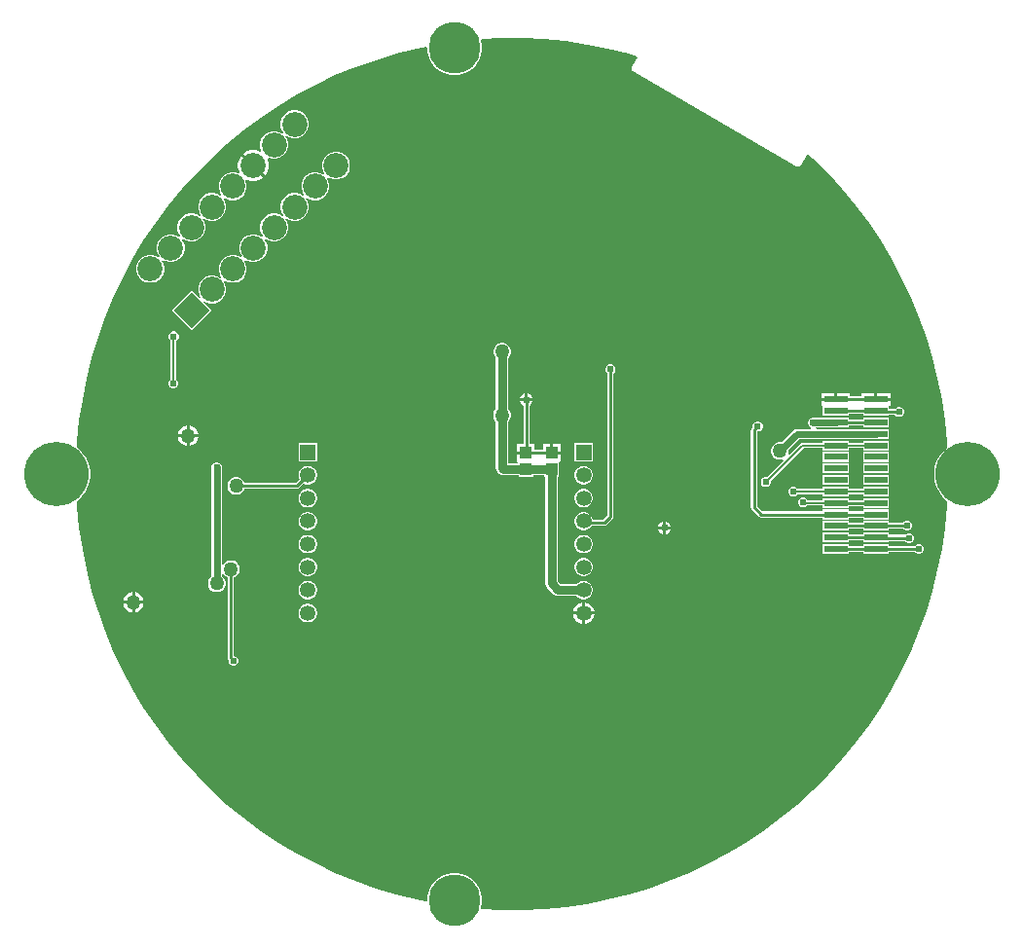
<source format=gtl>
G04*
G04 #@! TF.GenerationSoftware,Altium Limited,Altium Designer,21.4.1 (30)*
G04*
G04 Layer_Physical_Order=1*
G04 Layer_Color=255*
%FSLAX25Y25*%
%MOIN*%
G70*
G04*
G04 #@! TF.SameCoordinates,E1CA7C7D-416C-4424-9A17-3CD1BDAA3B9A*
G04*
G04*
G04 #@! TF.FilePolarity,Positive*
G04*
G01*
G75*
%ADD13C,0.01000*%
%ADD14R,0.07874X0.02362*%
%ADD15R,0.03937X0.03937*%
%ADD26C,0.00800*%
%ADD27C,0.02300*%
%ADD28C,0.03000*%
%ADD29C,0.22028*%
%ADD30C,0.08563*%
%ADD31P,0.12110X4X90.0*%
%ADD32C,0.05315*%
%ADD33R,0.05315X0.05315*%
%ADD34C,0.17717*%
%ADD35C,0.02400*%
%ADD36C,0.05000*%
G36*
X10990Y148983D02*
X18287Y148264D01*
X25540Y147188D01*
X32731Y145758D01*
X39844Y143976D01*
X42667Y143120D01*
X42848Y142654D01*
X40949Y139423D01*
X40948Y139420D01*
X40946Y139418D01*
X40883Y139233D01*
X40819Y139048D01*
X40819Y139044D01*
X40818Y139041D01*
X40830Y138846D01*
X40841Y138651D01*
X40843Y138647D01*
X40843Y138644D01*
X40930Y138468D01*
X41015Y138292D01*
X41017Y138290D01*
X41019Y138287D01*
X41165Y138158D01*
X41312Y138028D01*
X41315Y138027D01*
X41317Y138024D01*
X97434Y105515D01*
X97435Y105515D01*
X97436Y105514D01*
X97623Y105450D01*
X97811Y105386D01*
X97812Y105386D01*
X97812Y105386D01*
X98009Y105399D01*
X98207Y105412D01*
X98208Y105412D01*
X98210Y105412D01*
X98387Y105500D01*
X98564Y105587D01*
X98565Y105588D01*
X98566Y105588D01*
X98697Y105738D01*
X98827Y105886D01*
X98828Y105887D01*
X98828Y105888D01*
X100937Y109546D01*
X101431Y109623D01*
X103009Y108194D01*
X108194Y103009D01*
X113118Y97576D01*
X117769Y91908D01*
X122137Y86019D01*
X126211Y79922D01*
X129980Y73633D01*
X133437Y67166D01*
X136572Y60538D01*
X139377Y53764D01*
X141848Y46860D01*
X143976Y39844D01*
X145758Y32731D01*
X147188Y25540D01*
X148264Y18287D01*
X148983Y10990D01*
X149071Y9198D01*
X148499Y8782D01*
X147218Y7501D01*
X146152Y6035D01*
X145330Y4420D01*
X144770Y2696D01*
X144486Y906D01*
Y-906D01*
X144770Y-2696D01*
X145330Y-4420D01*
X146152Y-6035D01*
X147218Y-7501D01*
X148499Y-8782D01*
X149071Y-9198D01*
X148983Y-10990D01*
X148264Y-18287D01*
X147188Y-25540D01*
X145758Y-32731D01*
X143976Y-39844D01*
X141848Y-46860D01*
X139377Y-53764D01*
X136572Y-60538D01*
X133437Y-67166D01*
X129980Y-73633D01*
X126211Y-79922D01*
X122137Y-86019D01*
X117769Y-91908D01*
X113118Y-97576D01*
X108194Y-103009D01*
X103009Y-108194D01*
X97576Y-113118D01*
X91908Y-117769D01*
X86019Y-122137D01*
X79922Y-126211D01*
X73633Y-129980D01*
X67166Y-133437D01*
X60538Y-136572D01*
X53764Y-139377D01*
X46860Y-141848D01*
X39844Y-143976D01*
X32731Y-145758D01*
X25540Y-147188D01*
X18287Y-148264D01*
X10990Y-148983D01*
X3666Y-149343D01*
X-3666D01*
X-10336Y-149015D01*
X-10655Y-148499D01*
X-10342Y-146922D01*
Y-145078D01*
X-10701Y-143270D01*
X-11407Y-141567D01*
X-12431Y-140034D01*
X-13735Y-138731D01*
X-15267Y-137707D01*
X-16970Y-137001D01*
X-18778Y-136642D01*
X-20622D01*
X-22430Y-137001D01*
X-24133Y-137707D01*
X-25666Y-138731D01*
X-26969Y-140034D01*
X-27993Y-141567D01*
X-28699Y-143270D01*
X-29058Y-145078D01*
Y-146094D01*
X-29445Y-146412D01*
X-32731Y-145758D01*
X-39844Y-143976D01*
X-46860Y-141848D01*
X-53764Y-139377D01*
X-60538Y-136572D01*
X-67166Y-133437D01*
X-73633Y-129980D01*
X-79922Y-126211D01*
X-86019Y-122137D01*
X-91908Y-117769D01*
X-97576Y-113118D01*
X-103009Y-108194D01*
X-108194Y-103009D01*
X-113118Y-97576D01*
X-117769Y-91908D01*
X-122137Y-86019D01*
X-126211Y-79922D01*
X-129980Y-73633D01*
X-133437Y-67166D01*
X-136572Y-60538D01*
X-139377Y-53764D01*
X-141848Y-46860D01*
X-143976Y-39844D01*
X-145758Y-32731D01*
X-147188Y-25540D01*
X-148264Y-18287D01*
X-148983Y-10990D01*
X-149071Y-9198D01*
X-148499Y-8782D01*
X-147218Y-7501D01*
X-146152Y-6035D01*
X-145330Y-4420D01*
X-144770Y-2696D01*
X-144486Y-906D01*
Y906D01*
X-144770Y2696D01*
X-145330Y4420D01*
X-146152Y6035D01*
X-147218Y7501D01*
X-148499Y8782D01*
X-149071Y9198D01*
X-148983Y10990D01*
X-148264Y18287D01*
X-147188Y25540D01*
X-145758Y32731D01*
X-143976Y39844D01*
X-141848Y46860D01*
X-139377Y53764D01*
X-136572Y60538D01*
X-133437Y67166D01*
X-129980Y73633D01*
X-126211Y79922D01*
X-122137Y86019D01*
X-117769Y91908D01*
X-113118Y97576D01*
X-108194Y103009D01*
X-103009Y108194D01*
X-97576Y113118D01*
X-91908Y117769D01*
X-86019Y122137D01*
X-79922Y126211D01*
X-73633Y129980D01*
X-67166Y133437D01*
X-60538Y136572D01*
X-53764Y139377D01*
X-46860Y141848D01*
X-39844Y143976D01*
X-32731Y145758D01*
X-29445Y146411D01*
X-29058Y146094D01*
Y145078D01*
X-28699Y143270D01*
X-27993Y141567D01*
X-26969Y140034D01*
X-25666Y138731D01*
X-24133Y137707D01*
X-22430Y137001D01*
X-20622Y136642D01*
X-18778D01*
X-16970Y137001D01*
X-15267Y137707D01*
X-13735Y138731D01*
X-12431Y140034D01*
X-11407Y141567D01*
X-10701Y143270D01*
X-10342Y145078D01*
Y146922D01*
X-10655Y148499D01*
X-10336Y149015D01*
X-3666Y149343D01*
X3666D01*
X10990Y148983D01*
D02*
G37*
%LPC*%
G36*
X-73828Y124624D02*
X-75087D01*
X-76303Y124298D01*
X-77394Y123668D01*
X-78284Y122778D01*
X-78913Y121688D01*
X-79239Y120472D01*
Y119213D01*
X-78913Y117997D01*
X-78362Y117041D01*
X-78728Y116675D01*
X-79683Y117227D01*
X-80899Y117552D01*
X-82158D01*
X-83375Y117227D01*
X-84465Y116597D01*
X-85355Y115707D01*
X-85985Y114617D01*
X-86310Y113401D01*
Y112142D01*
X-85985Y110925D01*
X-85916Y110807D01*
X-86269Y110453D01*
X-86561Y110622D01*
X-87905Y110982D01*
X-89295D01*
X-90639Y110622D01*
X-91843Y109926D01*
X-91981Y109788D01*
X-88247Y106054D01*
X-84512Y102319D01*
X-84374Y102457D01*
X-83678Y103661D01*
X-83319Y105005D01*
Y106395D01*
X-83678Y107739D01*
X-83847Y108030D01*
X-83494Y108384D01*
X-83375Y108315D01*
X-82158Y107990D01*
X-80899D01*
X-79683Y108315D01*
X-78593Y108945D01*
X-77703Y109835D01*
X-77073Y110925D01*
X-76748Y112142D01*
Y113401D01*
X-77073Y114617D01*
X-77625Y115572D01*
X-77259Y115938D01*
X-76303Y115386D01*
X-75087Y115061D01*
X-73828D01*
X-72612Y115386D01*
X-71522Y116016D01*
X-70632Y116906D01*
X-70002Y117997D01*
X-69676Y119213D01*
Y120472D01*
X-70002Y121688D01*
X-70632Y122778D01*
X-71522Y123668D01*
X-72612Y124298D01*
X-73828Y124624D01*
D02*
G37*
G36*
X-92688Y109081D02*
X-92826Y108943D01*
X-93522Y107739D01*
X-93881Y106395D01*
Y105005D01*
X-93522Y103661D01*
X-93353Y103369D01*
X-93707Y103016D01*
X-93826Y103085D01*
X-95042Y103410D01*
X-96301D01*
X-97517Y103085D01*
X-98607Y102455D01*
X-99497Y101565D01*
X-100127Y100475D01*
X-100452Y99258D01*
Y98000D01*
X-100127Y96783D01*
X-99575Y95828D01*
X-99941Y95462D01*
X-100897Y96013D01*
X-102113Y96339D01*
X-103372D01*
X-104588Y96013D01*
X-105678Y95384D01*
X-106568Y94494D01*
X-107198Y93403D01*
X-107524Y92187D01*
Y90928D01*
X-107198Y89712D01*
X-106646Y88757D01*
X-107012Y88391D01*
X-107968Y88942D01*
X-109184Y89268D01*
X-110443D01*
X-111659Y88942D01*
X-112749Y88313D01*
X-113639Y87423D01*
X-114269Y86332D01*
X-114595Y85116D01*
Y83857D01*
X-114269Y82641D01*
X-113717Y81686D01*
X-114083Y81320D01*
X-115039Y81871D01*
X-116255Y82197D01*
X-117514D01*
X-118730Y81871D01*
X-119820Y81242D01*
X-120710Y80352D01*
X-121340Y79261D01*
X-121666Y78045D01*
Y76786D01*
X-121340Y75570D01*
X-120788Y74615D01*
X-121154Y74249D01*
X-122110Y74800D01*
X-123326Y75126D01*
X-124585D01*
X-125801Y74800D01*
X-126891Y74171D01*
X-127781Y73281D01*
X-128411Y72190D01*
X-128737Y70974D01*
Y69715D01*
X-128411Y68499D01*
X-127781Y67409D01*
X-126891Y66518D01*
X-125801Y65889D01*
X-124585Y65563D01*
X-123326D01*
X-122110Y65889D01*
X-121019Y66518D01*
X-120129Y67409D01*
X-119500Y68499D01*
X-119174Y69715D01*
Y70974D01*
X-119500Y72190D01*
X-120051Y73146D01*
X-119685Y73512D01*
X-118730Y72960D01*
X-117514Y72634D01*
X-116255D01*
X-115039Y72960D01*
X-113948Y73590D01*
X-113058Y74480D01*
X-112429Y75570D01*
X-112103Y76786D01*
Y78045D01*
X-112429Y79261D01*
X-112980Y80217D01*
X-112614Y80583D01*
X-111659Y80031D01*
X-110443Y79705D01*
X-109184D01*
X-107968Y80031D01*
X-106877Y80661D01*
X-105987Y81551D01*
X-105358Y82641D01*
X-105032Y83857D01*
Y85116D01*
X-105358Y86332D01*
X-105909Y87288D01*
X-105543Y87654D01*
X-104588Y87102D01*
X-103372Y86776D01*
X-102113D01*
X-100897Y87102D01*
X-99806Y87732D01*
X-98916Y88622D01*
X-98286Y89712D01*
X-97961Y90928D01*
Y92187D01*
X-98286Y93403D01*
X-98838Y94359D01*
X-98472Y94725D01*
X-97517Y94173D01*
X-96301Y93848D01*
X-95042D01*
X-93826Y94173D01*
X-92735Y94803D01*
X-91845Y95693D01*
X-91215Y96783D01*
X-90890Y98000D01*
Y99258D01*
X-91215Y100475D01*
X-91284Y100593D01*
X-90930Y100947D01*
X-90639Y100778D01*
X-89295Y100418D01*
X-87905D01*
X-86561Y100778D01*
X-85357Y101474D01*
X-85219Y101612D01*
X-88954Y105347D01*
X-92688Y109081D01*
D02*
G37*
G36*
X-59686Y110482D02*
X-60945D01*
X-62161Y110156D01*
X-63252Y109526D01*
X-64142Y108636D01*
X-64771Y107546D01*
X-65097Y106330D01*
Y105070D01*
X-64771Y103854D01*
X-64220Y102899D01*
X-64586Y102533D01*
X-65541Y103085D01*
X-66757Y103410D01*
X-68016D01*
X-69232Y103085D01*
X-70323Y102455D01*
X-71213Y101565D01*
X-71842Y100475D01*
X-72168Y99258D01*
Y97999D01*
X-71842Y96783D01*
X-71291Y95828D01*
X-71657Y95462D01*
X-72612Y96013D01*
X-73828Y96339D01*
X-75087D01*
X-76303Y96013D01*
X-77394Y95384D01*
X-78284Y94494D01*
X-78913Y93403D01*
X-79239Y92187D01*
Y90928D01*
X-78913Y89712D01*
X-78362Y88757D01*
X-78728Y88391D01*
X-79683Y88942D01*
X-80899Y89268D01*
X-82158D01*
X-83375Y88942D01*
X-84465Y88313D01*
X-85355Y87423D01*
X-85985Y86332D01*
X-86310Y85116D01*
Y83857D01*
X-85985Y82641D01*
X-85433Y81686D01*
X-85799Y81320D01*
X-86754Y81871D01*
X-87971Y82197D01*
X-89230D01*
X-90446Y81871D01*
X-91536Y81242D01*
X-92426Y80352D01*
X-93056Y79261D01*
X-93382Y78045D01*
Y76786D01*
X-93056Y75570D01*
X-92504Y74615D01*
X-92870Y74249D01*
X-93826Y74800D01*
X-95042Y75126D01*
X-96301D01*
X-97517Y74800D01*
X-98607Y74171D01*
X-99497Y73281D01*
X-100127Y72190D01*
X-100452Y70974D01*
Y69715D01*
X-100127Y68499D01*
X-99575Y67544D01*
X-99941Y67178D01*
X-100897Y67729D01*
X-102113Y68055D01*
X-103372D01*
X-104588Y67729D01*
X-105678Y67100D01*
X-106568Y66210D01*
X-107198Y65119D01*
X-107524Y63903D01*
Y62644D01*
X-107198Y61428D01*
X-106690Y60549D01*
X-107090Y60241D01*
X-109813Y62965D01*
X-116575Y56203D01*
X-109813Y49441D01*
X-103051Y56203D01*
X-105774Y58926D01*
X-105467Y59326D01*
X-104588Y58818D01*
X-103372Y58492D01*
X-102113D01*
X-100897Y58818D01*
X-99806Y59447D01*
X-98916Y60338D01*
X-98286Y61428D01*
X-97961Y62644D01*
Y63903D01*
X-98286Y65119D01*
X-98838Y66075D01*
X-98472Y66441D01*
X-97517Y65889D01*
X-96301Y65563D01*
X-95042D01*
X-93826Y65889D01*
X-92735Y66518D01*
X-91845Y67409D01*
X-91215Y68499D01*
X-90890Y69715D01*
Y70974D01*
X-91215Y72190D01*
X-91767Y73146D01*
X-91401Y73512D01*
X-90446Y72960D01*
X-89230Y72634D01*
X-87971D01*
X-86754Y72960D01*
X-85664Y73590D01*
X-84774Y74480D01*
X-84144Y75570D01*
X-83819Y76786D01*
Y78045D01*
X-84144Y79261D01*
X-84696Y80217D01*
X-84330Y80583D01*
X-83375Y80031D01*
X-82158Y79705D01*
X-80899D01*
X-79683Y80031D01*
X-78593Y80661D01*
X-77703Y81551D01*
X-77073Y82641D01*
X-76748Y83857D01*
Y85116D01*
X-77073Y86332D01*
X-77625Y87288D01*
X-77259Y87654D01*
X-76303Y87102D01*
X-75087Y86776D01*
X-73828D01*
X-72612Y87102D01*
X-71522Y87732D01*
X-70632Y88622D01*
X-70002Y89712D01*
X-69676Y90928D01*
Y92187D01*
X-70002Y93403D01*
X-70554Y94359D01*
X-70188Y94725D01*
X-69232Y94173D01*
X-68016Y93848D01*
X-66757D01*
X-65541Y94173D01*
X-64451Y94803D01*
X-63561Y95693D01*
X-62931Y96783D01*
X-62605Y97999D01*
Y99258D01*
X-62931Y100475D01*
X-63483Y101430D01*
X-63117Y101796D01*
X-62161Y101244D01*
X-60945Y100918D01*
X-59686D01*
X-58470Y101244D01*
X-57380Y101874D01*
X-56490Y102764D01*
X-55860Y103854D01*
X-55534Y105070D01*
Y106330D01*
X-55860Y107546D01*
X-56490Y108636D01*
X-57380Y109526D01*
X-58470Y110156D01*
X-59686Y110482D01*
D02*
G37*
G36*
X-115562Y48900D02*
X-116238D01*
X-116863Y48641D01*
X-117341Y48163D01*
X-117600Y47538D01*
Y46862D01*
X-117341Y46237D01*
X-116868Y45763D01*
Y32581D01*
X-116963Y32541D01*
X-117441Y32063D01*
X-117700Y31438D01*
Y30762D01*
X-117441Y30137D01*
X-116963Y29659D01*
X-116338Y29400D01*
X-115662D01*
X-115037Y29659D01*
X-114559Y30137D01*
X-114300Y30762D01*
Y31438D01*
X-114559Y32063D01*
X-115032Y32537D01*
Y45719D01*
X-114937Y45759D01*
X-114459Y46237D01*
X-114200Y46862D01*
Y47538D01*
X-114459Y48163D01*
X-114937Y48641D01*
X-115562Y48900D01*
D02*
G37*
G36*
X124100Y27772D02*
X119663D01*
Y26610D01*
X115758D01*
Y27772D01*
X111320D01*
Y25591D01*
X110820D01*
Y25091D01*
X105884D01*
Y23410D01*
X105914D01*
X106384Y23335D01*
X106384Y22909D01*
Y19972D01*
X115258D01*
Y20634D01*
X120163D01*
Y19972D01*
X129037D01*
Y20469D01*
X130988D01*
X131033Y20361D01*
X131511Y19883D01*
X132136Y19624D01*
X132812D01*
X133437Y19883D01*
X133915Y20361D01*
X134174Y20986D01*
Y21663D01*
X133915Y22287D01*
X133437Y22766D01*
X132812Y23024D01*
X132136D01*
X131511Y22766D01*
X131254Y22509D01*
X129391D01*
X129040Y22859D01*
X129085Y23342D01*
X129506Y23410D01*
X129537D01*
Y25091D01*
X124600D01*
Y25591D01*
X124100D01*
Y27772D01*
D02*
G37*
G36*
X129537D02*
X125100D01*
Y26091D01*
X129537D01*
Y27772D01*
D02*
G37*
G36*
X110320D02*
X105884D01*
Y26091D01*
X110320D01*
Y27772D01*
D02*
G37*
G36*
X5400Y27674D02*
Y26000D01*
X7074D01*
X6765Y26746D01*
X6146Y27365D01*
X5400Y27674D01*
D02*
G37*
G36*
X4400D02*
X3654Y27365D01*
X3035Y26746D01*
X2726Y26000D01*
X4400D01*
Y27674D01*
D02*
G37*
G36*
X110820Y19399D02*
X103122D01*
X102478Y19271D01*
X102255Y19122D01*
X101983Y19010D01*
X101505Y18531D01*
X101247Y17906D01*
Y17230D01*
X101505Y16605D01*
X101983Y16127D01*
X102382Y15962D01*
X102283Y15462D01*
X97579D01*
X96936Y15334D01*
X96390Y14969D01*
X92273Y10852D01*
X92095Y10900D01*
X91305D01*
X90542Y10696D01*
X89858Y10301D01*
X89299Y9742D01*
X88904Y9058D01*
X88700Y8295D01*
Y7505D01*
X88904Y6742D01*
X89299Y6058D01*
X89858Y5499D01*
X90542Y5104D01*
X91305Y4900D01*
X92095D01*
X92642Y5046D01*
X92901Y4598D01*
X87283Y-1019D01*
X87238Y-1000D01*
X86562D01*
X85937Y-1259D01*
X85459Y-1737D01*
X85200Y-2362D01*
Y-3038D01*
X85459Y-3663D01*
X85937Y-4141D01*
X86562Y-4400D01*
X87238D01*
X87863Y-4141D01*
X88341Y-3663D01*
X88600Y-3038D01*
Y-2362D01*
X88581Y-2317D01*
X99823Y8925D01*
X106384D01*
Y8161D01*
X115258D01*
Y8925D01*
X120163D01*
Y8161D01*
X129037D01*
Y11524D01*
X120163D01*
Y10760D01*
X115258D01*
Y11524D01*
X106384D01*
Y10760D01*
X99442D01*
X99091Y10690D01*
X98794Y10491D01*
X95002Y6700D01*
X94554Y6958D01*
X94700Y7505D01*
Y8295D01*
X94652Y8473D01*
X98276Y12097D01*
X124600D01*
X124606Y12098D01*
X129037D01*
Y15461D01*
X124606D01*
X124600Y15462D01*
X104161D01*
X103940Y15962D01*
X104006Y16034D01*
X110820D01*
X110827Y16035D01*
X115258D01*
Y16697D01*
X120163D01*
Y16035D01*
X129037D01*
Y19398D01*
X120163D01*
Y18736D01*
X115258D01*
Y19398D01*
X110827D01*
X110820Y19399D01*
D02*
G37*
G36*
X-110500Y16690D02*
Y13700D01*
X-107510D01*
X-107738Y14551D01*
X-108199Y15349D01*
X-108851Y16001D01*
X-109649Y16462D01*
X-110500Y16690D01*
D02*
G37*
G36*
X-111500D02*
X-112351Y16462D01*
X-113149Y16001D01*
X-113801Y15349D01*
X-114261Y14551D01*
X-114489Y13700D01*
X-111500D01*
Y16690D01*
D02*
G37*
G36*
X-107510Y12700D02*
X-110500D01*
Y9710D01*
X-109649Y9939D01*
X-108851Y10399D01*
X-108199Y11051D01*
X-107738Y11849D01*
X-107510Y12700D01*
D02*
G37*
G36*
X-111500D02*
X-114489D01*
X-114261Y11849D01*
X-113801Y11051D01*
X-113149Y10399D01*
X-112351Y9939D01*
X-111500Y9710D01*
Y12700D01*
D02*
G37*
G36*
X16468Y10331D02*
X14000D01*
Y7862D01*
X16468D01*
Y10331D01*
D02*
G37*
G36*
X27657Y10717D02*
X21342D01*
Y4402D01*
X27657D01*
Y10717D01*
D02*
G37*
G36*
X-66843D02*
X-73158D01*
Y4402D01*
X-66843D01*
Y10717D01*
D02*
G37*
G36*
X129037Y7587D02*
X120163D01*
Y4224D01*
X129037D01*
Y7587D01*
D02*
G37*
G36*
X115258D02*
X106384D01*
Y4224D01*
X115258D01*
Y7587D01*
D02*
G37*
G36*
X129037Y3650D02*
X120163D01*
Y287D01*
X129037D01*
Y3650D01*
D02*
G37*
G36*
X115258D02*
X106384D01*
Y287D01*
X115258D01*
Y3650D01*
D02*
G37*
G36*
X-69584Y2843D02*
X-70416D01*
X-71219Y2627D01*
X-71939Y2212D01*
X-72527Y1624D01*
X-72942Y904D01*
X-73158Y101D01*
Y-731D01*
X-72942Y-1534D01*
X-72854Y-1687D01*
X-74148Y-2980D01*
X-91667D01*
X-91704Y-2842D01*
X-92099Y-2158D01*
X-92658Y-1599D01*
X-93342Y-1204D01*
X-94105Y-1000D01*
X-94895D01*
X-95658Y-1204D01*
X-96342Y-1599D01*
X-96901Y-2158D01*
X-97296Y-2842D01*
X-97500Y-3605D01*
Y-4395D01*
X-97296Y-5158D01*
X-96901Y-5842D01*
X-96342Y-6401D01*
X-95658Y-6796D01*
X-94895Y-7000D01*
X-94105D01*
X-93342Y-6796D01*
X-92658Y-6401D01*
X-92099Y-5842D01*
X-91704Y-5158D01*
X-91667Y-5020D01*
X-73725D01*
X-73335Y-4942D01*
X-73004Y-4721D01*
X-71423Y-3139D01*
X-71219Y-3257D01*
X-70416Y-3472D01*
X-69584D01*
X-68781Y-3257D01*
X-68061Y-2842D01*
X-67473Y-2254D01*
X-67058Y-1534D01*
X-66843Y-731D01*
Y101D01*
X-67058Y904D01*
X-67473Y1624D01*
X-68061Y2212D01*
X-68781Y2627D01*
X-69584Y2843D01*
D02*
G37*
G36*
X24916D02*
X24084D01*
X23281Y2627D01*
X22561Y2212D01*
X21973Y1624D01*
X21558Y904D01*
X21342Y101D01*
Y-731D01*
X21558Y-1534D01*
X21973Y-2254D01*
X22561Y-2842D01*
X23281Y-3257D01*
X24084Y-3472D01*
X24916D01*
X25719Y-3257D01*
X26439Y-2842D01*
X27027Y-2254D01*
X27442Y-1534D01*
X27657Y-731D01*
Y101D01*
X27442Y904D01*
X27027Y1624D01*
X26439Y2212D01*
X25719Y2627D01*
X24916Y2843D01*
D02*
G37*
G36*
X129037Y-287D02*
X120163D01*
Y-3650D01*
X129037D01*
Y-287D01*
D02*
G37*
G36*
X115258D02*
X106384D01*
Y-3650D01*
X115258D01*
Y-287D01*
D02*
G37*
G36*
X129037Y-4224D02*
X120163D01*
Y-4988D01*
X115258D01*
Y-4224D01*
X106384D01*
Y-5035D01*
X97739D01*
X97263Y-4559D01*
X96638Y-4300D01*
X95962D01*
X95337Y-4559D01*
X94859Y-5037D01*
X94600Y-5662D01*
Y-6338D01*
X94859Y-6963D01*
X95337Y-7441D01*
X95962Y-7700D01*
X96638D01*
X97263Y-7441D01*
X97741Y-6963D01*
X97780Y-6870D01*
X106384D01*
Y-7587D01*
X115258D01*
Y-6823D01*
X120163D01*
Y-7587D01*
X129037D01*
Y-4224D01*
D02*
G37*
G36*
X24916Y-5032D02*
X24084D01*
X23281Y-5247D01*
X22561Y-5662D01*
X21973Y-6250D01*
X21558Y-6970D01*
X21342Y-7773D01*
Y-8605D01*
X21558Y-9408D01*
X21973Y-10128D01*
X22561Y-10716D01*
X23281Y-11131D01*
X24084Y-11347D01*
X24916D01*
X25719Y-11131D01*
X26439Y-10716D01*
X27027Y-10128D01*
X27442Y-9408D01*
X27657Y-8605D01*
Y-7773D01*
X27442Y-6970D01*
X27027Y-6250D01*
X26439Y-5662D01*
X25719Y-5247D01*
X24916Y-5032D01*
D02*
G37*
G36*
X-69584D02*
X-70416D01*
X-71219Y-5247D01*
X-71939Y-5662D01*
X-72527Y-6250D01*
X-72942Y-6970D01*
X-73158Y-7773D01*
Y-8605D01*
X-72942Y-9408D01*
X-72527Y-10128D01*
X-71939Y-10716D01*
X-71219Y-11131D01*
X-70416Y-11347D01*
X-69584D01*
X-68781Y-11131D01*
X-68061Y-10716D01*
X-67473Y-10128D01*
X-67058Y-9408D01*
X-66843Y-8605D01*
Y-7773D01*
X-67058Y-6970D01*
X-67473Y-6250D01*
X-68061Y-5662D01*
X-68781Y-5247D01*
X-69584Y-5032D01*
D02*
G37*
G36*
X99938Y-8000D02*
X99262D01*
X98637Y-8259D01*
X98159Y-8737D01*
X97900Y-9362D01*
Y-10038D01*
X98159Y-10663D01*
X98637Y-11141D01*
X99262Y-11400D01*
X99938D01*
X100563Y-11141D01*
X101015Y-10689D01*
X106384D01*
Y-11524D01*
X115258D01*
Y-10862D01*
X120163D01*
Y-11524D01*
X129037D01*
Y-8161D01*
X120163D01*
Y-8823D01*
X115258D01*
Y-8161D01*
X106384D01*
Y-8854D01*
X101090D01*
X101041Y-8737D01*
X100563Y-8259D01*
X99938Y-8000D01*
D02*
G37*
G36*
X84438Y18000D02*
X83762D01*
X83137Y17741D01*
X82659Y17263D01*
X82400Y16638D01*
Y16042D01*
X82079Y15721D01*
X81858Y15390D01*
X81780Y15000D01*
Y-11294D01*
X81858Y-11684D01*
X82079Y-12015D01*
X84565Y-14501D01*
X84896Y-14721D01*
X85286Y-14799D01*
X106384D01*
Y-15461D01*
X115258D01*
Y-14799D01*
X120163D01*
Y-15461D01*
X129037D01*
Y-12098D01*
X120163D01*
Y-12760D01*
X115258D01*
Y-12098D01*
X106384D01*
Y-12760D01*
X85708D01*
X83820Y-10871D01*
Y14578D01*
X83842Y14600D01*
X84438D01*
X85063Y14859D01*
X85541Y15337D01*
X85800Y15962D01*
Y16638D01*
X85541Y17263D01*
X85063Y17741D01*
X84438Y18000D01*
D02*
G37*
G36*
X34038Y37600D02*
X33362D01*
X32737Y37341D01*
X32259Y36863D01*
X32000Y36238D01*
Y35562D01*
X32259Y34937D01*
X32680Y34515D01*
Y-14092D01*
X31292Y-15480D01*
X27613D01*
X27442Y-14844D01*
X27027Y-14124D01*
X26439Y-13536D01*
X25719Y-13121D01*
X24916Y-12905D01*
X24084D01*
X23281Y-13121D01*
X22561Y-13536D01*
X21973Y-14124D01*
X21558Y-14844D01*
X21342Y-15647D01*
Y-16479D01*
X21558Y-17282D01*
X21973Y-18002D01*
X22561Y-18590D01*
X23281Y-19005D01*
X24084Y-19220D01*
X24916D01*
X25719Y-19005D01*
X26439Y-18590D01*
X27027Y-18002D01*
X27305Y-17520D01*
X31714D01*
X32104Y-17442D01*
X32435Y-17221D01*
X34421Y-15235D01*
X34642Y-14904D01*
X34720Y-14514D01*
Y34515D01*
X35141Y34937D01*
X35400Y35562D01*
Y36238D01*
X35141Y36863D01*
X34663Y37341D01*
X34038Y37600D01*
D02*
G37*
G36*
X135538Y-15900D02*
X134862D01*
X134237Y-16159D01*
X133759Y-16637D01*
X133758Y-16639D01*
X129037D01*
Y-16035D01*
X120163D01*
Y-16697D01*
X115258D01*
Y-16035D01*
X106384D01*
Y-19398D01*
X115258D01*
Y-18736D01*
X120163D01*
Y-19398D01*
X129037D01*
Y-18678D01*
X133874D01*
X134237Y-19041D01*
X134862Y-19300D01*
X135538D01*
X136163Y-19041D01*
X136641Y-18563D01*
X136900Y-17938D01*
Y-17262D01*
X136641Y-16637D01*
X136163Y-16159D01*
X135538Y-15900D01*
D02*
G37*
G36*
X52723Y-16168D02*
Y-17842D01*
X54398D01*
X54088Y-17096D01*
X53470Y-16477D01*
X52723Y-16168D01*
D02*
G37*
G36*
X51723D02*
X50977Y-16477D01*
X50358Y-17096D01*
X50049Y-17842D01*
X51723D01*
Y-16168D01*
D02*
G37*
G36*
X-69584Y-12905D02*
X-70416D01*
X-71219Y-13121D01*
X-71939Y-13536D01*
X-72527Y-14124D01*
X-72942Y-14844D01*
X-73158Y-15647D01*
Y-16479D01*
X-72942Y-17282D01*
X-72527Y-18002D01*
X-71939Y-18590D01*
X-71219Y-19005D01*
X-70416Y-19220D01*
X-69584D01*
X-68781Y-19005D01*
X-68061Y-18590D01*
X-67473Y-18002D01*
X-67058Y-17282D01*
X-66843Y-16479D01*
Y-15647D01*
X-67058Y-14844D01*
X-67473Y-14124D01*
X-68061Y-13536D01*
X-68781Y-13121D01*
X-69584Y-12905D01*
D02*
G37*
G36*
X54398Y-18843D02*
X52723D01*
Y-20517D01*
X53470Y-20208D01*
X54088Y-19589D01*
X54398Y-18843D01*
D02*
G37*
G36*
X51723D02*
X50049D01*
X50358Y-19589D01*
X50977Y-20208D01*
X51723Y-20517D01*
Y-18843D01*
D02*
G37*
G36*
X129037Y-19972D02*
X120163D01*
Y-20634D01*
X115258D01*
Y-19972D01*
X106384D01*
Y-23335D01*
X115258D01*
Y-22673D01*
X120163D01*
Y-23335D01*
X129037D01*
Y-22796D01*
X134431D01*
X134459Y-22863D01*
X134937Y-23341D01*
X135562Y-23600D01*
X136238D01*
X136863Y-23341D01*
X137341Y-22863D01*
X137600Y-22238D01*
Y-21562D01*
X137341Y-20937D01*
X136863Y-20459D01*
X136238Y-20200D01*
X135562D01*
X134937Y-20459D01*
X134639Y-20757D01*
X129037D01*
Y-19972D01*
D02*
G37*
G36*
X139611Y-23890D02*
X138934D01*
X138310Y-24149D01*
X137888Y-24571D01*
X129037D01*
Y-23910D01*
X120163D01*
Y-24571D01*
X115258D01*
Y-23910D01*
X106384D01*
Y-27272D01*
X115258D01*
Y-26610D01*
X120163D01*
Y-27272D01*
X129037D01*
Y-26610D01*
X137888D01*
X138310Y-27032D01*
X138934Y-27291D01*
X139611D01*
X140235Y-27032D01*
X140714Y-26553D01*
X140972Y-25929D01*
Y-25252D01*
X140714Y-24628D01*
X140235Y-24149D01*
X139611Y-23890D01*
D02*
G37*
G36*
X24916Y-20779D02*
X24084D01*
X23281Y-20995D01*
X22561Y-21410D01*
X21973Y-21998D01*
X21558Y-22718D01*
X21342Y-23521D01*
Y-24353D01*
X21558Y-25156D01*
X21973Y-25876D01*
X22561Y-26464D01*
X23281Y-26879D01*
X24084Y-27095D01*
X24916D01*
X25719Y-26879D01*
X26439Y-26464D01*
X27027Y-25876D01*
X27442Y-25156D01*
X27657Y-24353D01*
Y-23521D01*
X27442Y-22718D01*
X27027Y-21998D01*
X26439Y-21410D01*
X25719Y-20995D01*
X24916Y-20779D01*
D02*
G37*
G36*
X-69584D02*
X-70416D01*
X-71219Y-20995D01*
X-71939Y-21410D01*
X-72527Y-21998D01*
X-72942Y-22718D01*
X-73158Y-23521D01*
Y-24353D01*
X-72942Y-25156D01*
X-72527Y-25876D01*
X-71939Y-26464D01*
X-71219Y-26879D01*
X-70416Y-27095D01*
X-69584D01*
X-68781Y-26879D01*
X-68061Y-26464D01*
X-67473Y-25876D01*
X-67058Y-25156D01*
X-66843Y-24353D01*
Y-23521D01*
X-67058Y-22718D01*
X-67473Y-21998D01*
X-68061Y-21410D01*
X-68781Y-20995D01*
X-69584Y-20779D01*
D02*
G37*
G36*
X24916Y-28654D02*
X24084D01*
X23281Y-28869D01*
X22561Y-29284D01*
X21973Y-29872D01*
X21558Y-30592D01*
X21342Y-31395D01*
Y-32227D01*
X21558Y-33030D01*
X21973Y-33750D01*
X22561Y-34338D01*
X23281Y-34753D01*
X24084Y-34969D01*
X24916D01*
X25719Y-34753D01*
X26439Y-34338D01*
X27027Y-33750D01*
X27442Y-33030D01*
X27657Y-32227D01*
Y-31395D01*
X27442Y-30592D01*
X27027Y-29872D01*
X26439Y-29284D01*
X25719Y-28869D01*
X24916Y-28654D01*
D02*
G37*
G36*
X-69584D02*
X-70416D01*
X-71219Y-28869D01*
X-71939Y-29284D01*
X-72527Y-29872D01*
X-72942Y-30592D01*
X-73158Y-31395D01*
Y-32227D01*
X-72942Y-33030D01*
X-72527Y-33750D01*
X-71939Y-34338D01*
X-71219Y-34753D01*
X-70416Y-34969D01*
X-69584D01*
X-68781Y-34753D01*
X-68061Y-34338D01*
X-67473Y-33750D01*
X-67058Y-33030D01*
X-66843Y-32227D01*
Y-31395D01*
X-67058Y-30592D01*
X-67473Y-29872D01*
X-68061Y-29284D01*
X-68781Y-28869D01*
X-69584Y-28654D01*
D02*
G37*
G36*
X-3005Y44900D02*
X-3795D01*
X-4558Y44696D01*
X-5242Y44301D01*
X-5801Y43742D01*
X-6196Y43058D01*
X-6400Y42295D01*
Y41505D01*
X-6196Y40742D01*
X-5801Y40058D01*
X-5539Y39797D01*
Y22403D01*
X-5901Y22042D01*
X-6296Y21358D01*
X-6500Y20595D01*
Y19805D01*
X-6296Y19042D01*
X-5901Y18358D01*
X-5539Y17997D01*
Y2224D01*
X-5384Y1443D01*
X-4942Y782D01*
X-4356Y196D01*
X-3695Y-246D01*
X-2914Y-401D01*
X2231D01*
Y-831D01*
X7169D01*
Y-401D01*
X11032D01*
Y-831D01*
X11461D01*
Y-37400D01*
X11616Y-38180D01*
X12058Y-38842D01*
X14343Y-41127D01*
X14343Y-41127D01*
X15005Y-41569D01*
X15785Y-41724D01*
X22074D01*
X22561Y-42212D01*
X23281Y-42627D01*
X24084Y-42843D01*
X24916D01*
X25719Y-42627D01*
X26439Y-42212D01*
X27027Y-41624D01*
X27442Y-40904D01*
X27657Y-40101D01*
Y-39269D01*
X27442Y-38466D01*
X27027Y-37746D01*
X26439Y-37158D01*
X25719Y-36743D01*
X24916Y-36528D01*
X24084D01*
X23281Y-36743D01*
X22561Y-37158D01*
X22074Y-37646D01*
X16630D01*
X15539Y-36555D01*
Y-831D01*
X15969D01*
Y3894D01*
X15969Y4106D01*
X16350Y4394D01*
X16468D01*
Y6862D01*
X13500D01*
Y7362D01*
X13000D01*
Y10331D01*
X10531D01*
Y8382D01*
X7668D01*
Y10331D01*
X5920D01*
Y23541D01*
X6146Y23635D01*
X6765Y24254D01*
X7074Y25000D01*
X2726D01*
X3035Y24254D01*
X3654Y23635D01*
X3880Y23541D01*
Y10331D01*
X1732D01*
Y7862D01*
X4700D01*
Y6862D01*
X1732D01*
Y4394D01*
X1732D01*
X1944Y4169D01*
X1949Y3749D01*
X1878Y3677D01*
X-1461D01*
Y17997D01*
X-1099Y18358D01*
X-704Y19042D01*
X-500Y19805D01*
Y20595D01*
X-704Y21358D01*
X-1099Y22042D01*
X-1461Y22403D01*
Y39597D01*
X-999Y40058D01*
X-604Y40742D01*
X-400Y41505D01*
Y42295D01*
X-604Y43058D01*
X-999Y43742D01*
X-1558Y44301D01*
X-2242Y44696D01*
X-3005Y44900D01*
D02*
G37*
G36*
X-69584Y-36528D02*
X-70416D01*
X-71219Y-36743D01*
X-71939Y-37158D01*
X-72527Y-37746D01*
X-72942Y-38466D01*
X-73158Y-39269D01*
Y-40101D01*
X-72942Y-40904D01*
X-72527Y-41624D01*
X-71939Y-42212D01*
X-71219Y-42627D01*
X-70416Y-42843D01*
X-69584D01*
X-68781Y-42627D01*
X-68061Y-42212D01*
X-67473Y-41624D01*
X-67058Y-40904D01*
X-66843Y-40101D01*
Y-39269D01*
X-67058Y-38466D01*
X-67473Y-37746D01*
X-68061Y-37158D01*
X-68781Y-36743D01*
X-69584Y-36528D01*
D02*
G37*
G36*
X-129200Y-40411D02*
Y-43400D01*
X-126210D01*
X-126438Y-42549D01*
X-126899Y-41751D01*
X-127551Y-41099D01*
X-128349Y-40639D01*
X-129200Y-40411D01*
D02*
G37*
G36*
X-130200D02*
X-131051Y-40639D01*
X-131849Y-41099D01*
X-132501Y-41751D01*
X-132961Y-42549D01*
X-133189Y-43400D01*
X-130200D01*
Y-40411D01*
D02*
G37*
G36*
X25000Y-43907D02*
Y-47059D01*
X28152D01*
X27908Y-46147D01*
X27427Y-45313D01*
X26746Y-44632D01*
X25912Y-44151D01*
X25000Y-43907D01*
D02*
G37*
G36*
X24000Y-43907D02*
X23088Y-44151D01*
X22254Y-44632D01*
X21573Y-45313D01*
X21092Y-46147D01*
X20847Y-47059D01*
X24000D01*
Y-43907D01*
D02*
G37*
G36*
X-126210Y-44400D02*
X-129200D01*
Y-47390D01*
X-128349Y-47161D01*
X-127551Y-46701D01*
X-126899Y-46049D01*
X-126438Y-45251D01*
X-126210Y-44400D01*
D02*
G37*
G36*
X-130200D02*
X-133189D01*
X-132961Y-45251D01*
X-132501Y-46049D01*
X-131849Y-46701D01*
X-131051Y-47161D01*
X-130200Y-47390D01*
Y-44400D01*
D02*
G37*
G36*
X-69584Y-44402D02*
X-70416D01*
X-71219Y-44617D01*
X-71939Y-45032D01*
X-72527Y-45620D01*
X-72942Y-46340D01*
X-73158Y-47143D01*
Y-47975D01*
X-72942Y-48778D01*
X-72527Y-49498D01*
X-71939Y-50086D01*
X-71219Y-50501D01*
X-70416Y-50717D01*
X-69584D01*
X-68781Y-50501D01*
X-68061Y-50086D01*
X-67473Y-49498D01*
X-67058Y-48778D01*
X-66843Y-47975D01*
Y-47143D01*
X-67058Y-46340D01*
X-67473Y-45620D01*
X-68061Y-45032D01*
X-68781Y-44617D01*
X-69584Y-44402D01*
D02*
G37*
G36*
X24000Y-48059D02*
X20847D01*
X21092Y-48971D01*
X21573Y-49805D01*
X22254Y-50486D01*
X23088Y-50967D01*
X24000Y-51212D01*
Y-48059D01*
D02*
G37*
G36*
X28152D02*
X25000D01*
Y-51212D01*
X25912Y-50967D01*
X26746Y-50486D01*
X27427Y-49805D01*
X27908Y-48971D01*
X28152Y-48059D01*
D02*
G37*
G36*
X-100862Y4100D02*
X-101538D01*
X-102163Y3841D01*
X-102641Y3363D01*
X-102900Y2738D01*
Y2062D01*
X-102882Y2019D01*
Y-34907D01*
X-103042Y-34999D01*
X-103601Y-35558D01*
X-103996Y-36242D01*
X-104200Y-37005D01*
Y-37795D01*
X-103996Y-38558D01*
X-103601Y-39242D01*
X-103042Y-39801D01*
X-102358Y-40196D01*
X-101595Y-40400D01*
X-100805D01*
X-100042Y-40196D01*
X-99358Y-39801D01*
X-98799Y-39242D01*
X-98404Y-38558D01*
X-98200Y-37795D01*
Y-37005D01*
X-98404Y-36242D01*
X-98799Y-35558D01*
X-99358Y-34999D01*
X-99518Y-34907D01*
Y-33927D01*
X-99018Y-33793D01*
X-98701Y-34342D01*
X-98142Y-34901D01*
X-97458Y-35296D01*
X-97320Y-35333D01*
Y-63100D01*
X-97242Y-63490D01*
X-97198Y-63556D01*
X-97200Y-63562D01*
Y-64238D01*
X-96941Y-64863D01*
X-96463Y-65341D01*
X-95838Y-65600D01*
X-95162D01*
X-94537Y-65341D01*
X-94059Y-64863D01*
X-93800Y-64238D01*
Y-63562D01*
X-94059Y-62937D01*
X-94537Y-62459D01*
X-95162Y-62200D01*
X-95280D01*
Y-35333D01*
X-95142Y-35296D01*
X-94458Y-34901D01*
X-93899Y-34342D01*
X-93504Y-33658D01*
X-93300Y-32895D01*
Y-32105D01*
X-93504Y-31342D01*
X-93899Y-30658D01*
X-94458Y-30099D01*
X-95142Y-29704D01*
X-95905Y-29500D01*
X-96695D01*
X-97458Y-29704D01*
X-98142Y-30099D01*
X-98701Y-30658D01*
X-99018Y-31207D01*
X-99518Y-31073D01*
Y2019D01*
X-99500Y2062D01*
Y2738D01*
X-99759Y3363D01*
X-100237Y3841D01*
X-100862Y4100D01*
D02*
G37*
%LPD*%
D13*
X82800Y-11294D02*
Y15000D01*
Y-11294D02*
X85286Y-13780D01*
X82800Y15000D02*
X84100Y16300D01*
X85286Y-13780D02*
X110820D01*
X33700Y-14514D02*
Y35900D01*
X110820Y-17717D02*
X124600D01*
X124658Y-17658D02*
X135142D01*
X124600Y-17717D02*
X124658Y-17658D01*
X135142D02*
X135200Y-17600D01*
X110820Y-25591D02*
X124600D01*
Y-21654D02*
X124723Y-21777D01*
X110820Y-21654D02*
X124600D01*
X124723Y-21777D02*
X135777D01*
X135900Y-21900D01*
X124600Y-25591D02*
X139272D01*
X4700Y7362D02*
X13500D01*
X31714Y-16500D02*
X33700Y-14514D01*
X4700Y7362D02*
X4900Y7562D01*
Y25500D01*
X-73725Y-4000D02*
X-70040Y-315D01*
X-70000D01*
X-94500Y-4000D02*
X-73725D01*
X24937Y-16500D02*
X31714D01*
X24500Y-16063D02*
X24937Y-16500D01*
X124765Y21489D02*
X132309D01*
X124600Y21654D02*
X124765Y21489D01*
X132309D02*
X132474Y21325D01*
X-96300Y-63100D02*
X-95500Y-63900D01*
X-96300Y-63100D02*
Y-32500D01*
X110820Y17717D02*
X124600D01*
X110820Y21654D02*
X124600D01*
X110820Y25591D02*
X124600D01*
X110820Y-9843D02*
X124600D01*
X110820Y-13780D02*
X124600D01*
D14*
X110820Y25591D02*
D03*
Y21654D02*
D03*
Y17717D02*
D03*
Y13780D02*
D03*
Y9843D02*
D03*
Y5906D02*
D03*
Y1969D02*
D03*
Y-1969D02*
D03*
Y-5906D02*
D03*
Y-9843D02*
D03*
Y-13780D02*
D03*
Y-17717D02*
D03*
Y-21654D02*
D03*
Y-25591D02*
D03*
X124600Y25591D02*
D03*
Y21654D02*
D03*
Y17717D02*
D03*
Y13780D02*
D03*
Y9843D02*
D03*
Y5906D02*
D03*
Y1969D02*
D03*
Y-1969D02*
D03*
Y-5906D02*
D03*
Y-9843D02*
D03*
Y-13780D02*
D03*
Y-17717D02*
D03*
Y-21654D02*
D03*
Y-25591D02*
D03*
D15*
X13500Y7362D02*
D03*
Y1638D02*
D03*
X4700Y7362D02*
D03*
Y1638D02*
D03*
D26*
X110820Y9843D02*
X124600D01*
X96347Y-5953D02*
X110773D01*
X110820Y-5906D01*
X96300Y-6000D02*
X96347Y-5953D01*
X110820Y-5906D02*
X124600D01*
X86900Y-2700D02*
X99442Y9843D01*
X110820D01*
X99600Y-9700D02*
X99671Y-9771D01*
X110749D02*
X110820Y-9843D01*
X99671Y-9771D02*
X110749D01*
X-115950Y47150D02*
X-115900Y47200D01*
X-115950Y31150D02*
Y47150D01*
X-116000Y31100D02*
X-115950Y31150D01*
D27*
X91700Y7900D02*
X97579Y13780D01*
X124600D01*
X-101200Y-37400D02*
Y2400D01*
X102973Y17568D02*
X103122Y17717D01*
X110820D01*
X102946Y17568D02*
X102973D01*
D28*
X-3500Y41800D02*
X-3400Y41900D01*
X-3500Y20200D02*
Y41800D01*
X-2914Y1638D02*
X4700D01*
X-3500Y2224D02*
X-2914Y1638D01*
X-3500Y2224D02*
Y20200D01*
X15785Y-39685D02*
X24500D01*
X13500Y-37400D02*
X15785Y-39685D01*
X13500Y-37400D02*
Y1638D01*
X4700D02*
X13500D01*
D29*
X-156000Y0D02*
D03*
X156000D02*
D03*
D30*
X-74458Y119842D02*
D03*
X-60316Y105700D02*
D03*
X-81529Y112771D02*
D03*
X-67387Y98629D02*
D03*
X-88600Y105700D02*
D03*
X-74458Y91558D02*
D03*
X-95671Y98629D02*
D03*
X-81529Y84487D02*
D03*
X-102742Y91558D02*
D03*
X-88600Y77416D02*
D03*
X-109813Y84487D02*
D03*
X-95671Y70345D02*
D03*
X-116884Y77416D02*
D03*
X-102742Y63274D02*
D03*
X-123955Y70345D02*
D03*
D31*
X-109813Y56203D02*
D03*
D32*
X24500Y-315D02*
D03*
Y-47559D02*
D03*
Y-39685D02*
D03*
Y-8189D02*
D03*
Y-16063D02*
D03*
Y-23937D02*
D03*
Y-31811D02*
D03*
X-70000Y-39685D02*
D03*
Y-47559D02*
D03*
Y-31811D02*
D03*
Y-315D02*
D03*
Y-8189D02*
D03*
Y-16063D02*
D03*
Y-23937D02*
D03*
D33*
X24500Y7559D02*
D03*
X-70000D02*
D03*
D34*
X-19700Y-146000D02*
D03*
Y146000D02*
D03*
D35*
X96300Y-6000D02*
D03*
X86900Y-2700D02*
D03*
X99600Y-9700D02*
D03*
X-115900Y47200D02*
D03*
X-116000Y31100D02*
D03*
X-101200Y2400D02*
D03*
X52223Y-18342D02*
D03*
X102946Y17568D02*
D03*
X33700Y35900D02*
D03*
X-95500Y-63900D02*
D03*
X135200Y-17600D02*
D03*
X135900Y-21900D02*
D03*
X139272Y-25591D02*
D03*
X4900Y25500D02*
D03*
X84100Y16300D02*
D03*
X132474Y21325D02*
D03*
D36*
X91700Y7900D02*
D03*
X-101200Y-37400D02*
D03*
X-129700Y-43900D02*
D03*
X-3400Y41900D02*
D03*
X-111000Y13200D02*
D03*
X-3500Y20200D02*
D03*
X-94500Y-4000D02*
D03*
X-96300Y-32500D02*
D03*
M02*

</source>
